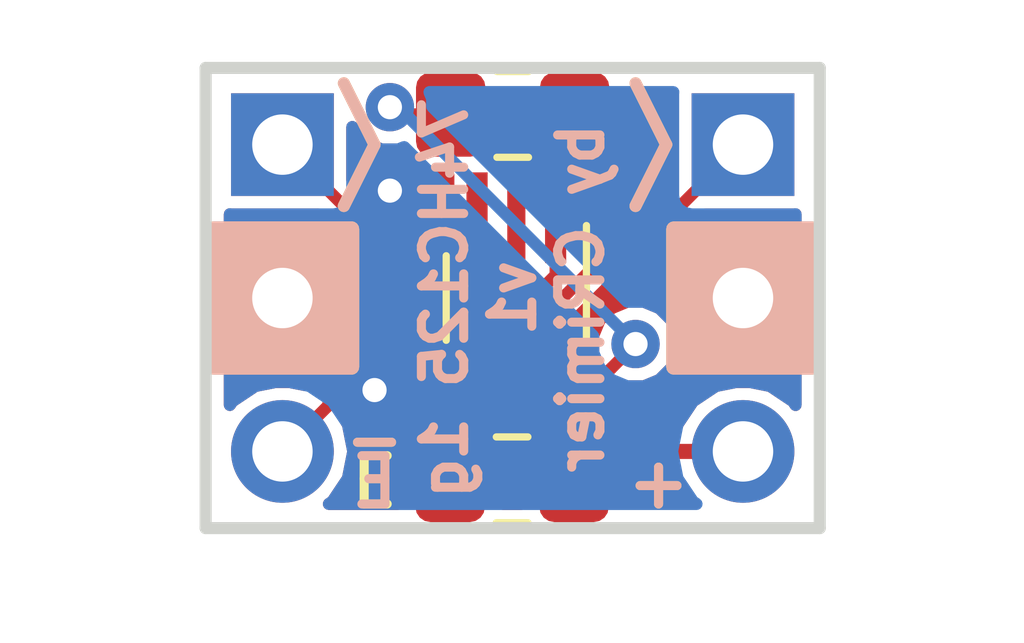
<source format=kicad_pcb>
(kicad_pcb (version 20171130) (host pcbnew 5.0.2-bee76a0~70~ubuntu18.04.1)

  (general
    (thickness 1.6)
    (drawings 17)
    (tracks 40)
    (zones 0)
    (modules 5)
    (nets 6)
  )

  (page A4)
  (layers
    (0 F.Cu signal)
    (31 B.Cu signal)
    (32 B.Adhes user)
    (33 F.Adhes user)
    (34 B.Paste user)
    (35 F.Paste user)
    (36 B.SilkS user)
    (37 F.SilkS user)
    (38 B.Mask user)
    (39 F.Mask user)
    (40 Dwgs.User user)
    (41 Cmts.User user)
    (42 Eco1.User user)
    (43 Eco2.User user)
    (44 Edge.Cuts user)
    (45 Margin user)
    (46 B.CrtYd user)
    (47 F.CrtYd user)
    (48 B.Fab user)
    (49 F.Fab user)
  )

  (setup
    (last_trace_width 0.2)
    (user_trace_width 0.2)
    (trace_clearance 0.15)
    (zone_clearance 0.508)
    (zone_45_only no)
    (trace_min 0.2)
    (segment_width 0.2)
    (edge_width 0.15)
    (via_size 0.8)
    (via_drill 0.4)
    (via_min_size 0.4)
    (via_min_drill 0.3)
    (uvia_size 0.3)
    (uvia_drill 0.1)
    (uvias_allowed no)
    (uvia_min_size 0.2)
    (uvia_min_drill 0.1)
    (pcb_text_width 0.3)
    (pcb_text_size 1.5 1.5)
    (mod_edge_width 0.15)
    (mod_text_size 1 1)
    (mod_text_width 0.15)
    (pad_size 1.5 0.35)
    (pad_drill 0)
    (pad_to_mask_clearance 0.051)
    (solder_mask_min_width 0.25)
    (aux_axis_origin 0 0)
    (visible_elements FFFFFF7F)
    (pcbplotparams
      (layerselection 0x010fc_ffffffff)
      (usegerberextensions false)
      (usegerberattributes false)
      (usegerberadvancedattributes false)
      (creategerberjobfile false)
      (excludeedgelayer true)
      (linewidth 0.100000)
      (plotframeref false)
      (viasonmask false)
      (mode 1)
      (useauxorigin false)
      (hpglpennumber 1)
      (hpglpenspeed 20)
      (hpglpendiameter 15.000000)
      (psnegative false)
      (psa4output false)
      (plotreference true)
      (plotvalue true)
      (plotinvisibletext false)
      (padsonsilk false)
      (subtractmaskfromsilk false)
      (outputformat 1)
      (mirror false)
      (drillshape 1)
      (scaleselection 1)
      (outputdirectory ""))
  )

  (net 0 "")
  (net 1 VCC)
  (net 2 GND)
  (net 3 "Net-(J1-Pad1)")
  (net 4 "Net-(J1-Pad3)")
  (net 5 "Net-(J2-Pad1)")

  (net_class Default "This is the default net class."
    (clearance 0.15)
    (trace_width 0.25)
    (via_dia 0.8)
    (via_drill 0.4)
    (uvia_dia 0.3)
    (uvia_drill 0.1)
    (add_net GND)
    (add_net "Net-(J1-Pad1)")
    (add_net "Net-(J1-Pad3)")
    (add_net "Net-(J2-Pad1)")
    (add_net VCC)
  )

  (module 74hc125_1g_breakout:PinHeader_1x03_P2.54mm_Vertical_NoSilk (layer F.Cu) (tedit 5DCB34AA) (tstamp 5DD774C0)
    (at 160.02 101.6)
    (descr "Through hole straight pin header, 1x03, 2.54mm pitch, single row")
    (tags "Through hole pin header THT 1x03 2.54mm single row")
    (path /5DCB4077)
    (fp_text reference J2 (at 0 -2.33) (layer F.SilkS) hide
      (effects (font (size 1 1) (thickness 0.15)))
    )
    (fp_text value Conn_01x03 (at 0 7.41) (layer F.Fab)
      (effects (font (size 1 1) (thickness 0.15)))
    )
    (fp_text user %R (at 0 2.54 90) (layer F.Fab)
      (effects (font (size 1 1) (thickness 0.15)))
    )
    (fp_line (start 1.8 -1.8) (end -1.8 -1.8) (layer F.CrtYd) (width 0.05))
    (fp_line (start 1.8 6.85) (end 1.8 -1.8) (layer F.CrtYd) (width 0.05))
    (fp_line (start -1.8 6.85) (end 1.8 6.85) (layer F.CrtYd) (width 0.05))
    (fp_line (start -1.8 -1.8) (end -1.8 6.85) (layer F.CrtYd) (width 0.05))
    (fp_line (start -1.27 -0.635) (end -0.635 -1.27) (layer F.Fab) (width 0.1))
    (fp_line (start -1.27 6.35) (end -1.27 -0.635) (layer F.Fab) (width 0.1))
    (fp_line (start 1.27 6.35) (end -1.27 6.35) (layer F.Fab) (width 0.1))
    (fp_line (start 1.27 -1.27) (end 1.27 6.35) (layer F.Fab) (width 0.1))
    (fp_line (start -0.635 -1.27) (end 1.27 -1.27) (layer F.Fab) (width 0.1))
    (pad 3 thru_hole oval (at 0 5.08) (size 1.7 1.7) (drill 1) (layers *.Cu *.Mask)
      (net 1 VCC))
    (pad 2 thru_hole oval (at 0 2.54) (size 1.7 1.7) (drill 1) (layers *.Cu *.Mask)
      (net 2 GND))
    (pad 1 thru_hole rect (at 0 0) (size 1.7 1.7) (drill 1) (layers *.Cu *.Mask)
      (net 5 "Net-(J2-Pad1)"))
    (model ${KISYS3DMOD}/Connector_PinHeader_2.54mm.3dshapes/PinHeader_1x03_P2.54mm_Vertical.wrl
      (at (xyz 0 0 0))
      (scale (xyz 1 1 1))
      (rotate (xyz 0 0 0))
    )
  )

  (module 74hc125_1g_breakout:PinHeader_1x03_P2.54mm_Vertical_NoSilk (layer F.Cu) (tedit 5DCB34AA) (tstamp 5DD774A9)
    (at 152.4 101.6)
    (descr "Through hole straight pin header, 1x03, 2.54mm pitch, single row")
    (tags "Through hole pin header THT 1x03 2.54mm single row")
    (path /5DCB3E2A)
    (fp_text reference J1 (at 0 -2.33) (layer F.SilkS) hide
      (effects (font (size 1 1) (thickness 0.15)))
    )
    (fp_text value Conn_01x03 (at 0 7.41) (layer F.Fab)
      (effects (font (size 1 1) (thickness 0.15)))
    )
    (fp_text user %R (at 0 2.54 90) (layer F.Fab)
      (effects (font (size 1 1) (thickness 0.15)))
    )
    (fp_line (start 1.8 -1.8) (end -1.8 -1.8) (layer F.CrtYd) (width 0.05))
    (fp_line (start 1.8 6.85) (end 1.8 -1.8) (layer F.CrtYd) (width 0.05))
    (fp_line (start -1.8 6.85) (end 1.8 6.85) (layer F.CrtYd) (width 0.05))
    (fp_line (start -1.8 -1.8) (end -1.8 6.85) (layer F.CrtYd) (width 0.05))
    (fp_line (start -1.27 -0.635) (end -0.635 -1.27) (layer F.Fab) (width 0.1))
    (fp_line (start -1.27 6.35) (end -1.27 -0.635) (layer F.Fab) (width 0.1))
    (fp_line (start 1.27 6.35) (end -1.27 6.35) (layer F.Fab) (width 0.1))
    (fp_line (start 1.27 -1.27) (end 1.27 6.35) (layer F.Fab) (width 0.1))
    (fp_line (start -0.635 -1.27) (end 1.27 -1.27) (layer F.Fab) (width 0.1))
    (pad 3 thru_hole oval (at 0 5.08) (size 1.7 1.7) (drill 1) (layers *.Cu *.Mask)
      (net 4 "Net-(J1-Pad3)"))
    (pad 2 thru_hole oval (at 0 2.54) (size 1.7 1.7) (drill 1) (layers *.Cu *.Mask)
      (net 2 GND))
    (pad 1 thru_hole rect (at 0 0) (size 1.7 1.7) (drill 1) (layers *.Cu *.Mask)
      (net 3 "Net-(J1-Pad1)"))
    (model ${KISYS3DMOD}/Connector_PinHeader_2.54mm.3dshapes/PinHeader_1x03_P2.54mm_Vertical.wrl
      (at (xyz 0 0 0))
      (scale (xyz 1 1 1))
      (rotate (xyz 0 0 0))
    )
  )

  (module Capacitor_SMD:C_0805_2012Metric_Pad1.15x1.40mm_HandSolder (layer F.Cu) (tedit 5DCB3470) (tstamp 5DD77492)
    (at 156.2 107.15 180)
    (descr "Capacitor SMD 0805 (2012 Metric), square (rectangular) end terminal, IPC_7351 nominal with elongated pad for handsoldering. (Body size source: https://docs.google.com/spreadsheets/d/1BsfQQcO9C6DZCsRaXUlFlo91Tg2WpOkGARC1WS5S8t0/edit?usp=sharing), generated with kicad-footprint-generator")
    (tags "capacitor handsolder")
    (path /5DCB3666)
    (attr smd)
    (fp_text reference C1 (at 0 -1.65 180) (layer F.SilkS) hide
      (effects (font (size 1 1) (thickness 0.15)))
    )
    (fp_text value 100nF (at 0 1.65 180) (layer F.Fab)
      (effects (font (size 1 1) (thickness 0.15)))
    )
    (fp_line (start -1 0.6) (end -1 -0.6) (layer F.Fab) (width 0.1))
    (fp_line (start -1 -0.6) (end 1 -0.6) (layer F.Fab) (width 0.1))
    (fp_line (start 1 -0.6) (end 1 0.6) (layer F.Fab) (width 0.1))
    (fp_line (start 1 0.6) (end -1 0.6) (layer F.Fab) (width 0.1))
    (fp_line (start -0.261252 -0.71) (end 0.261252 -0.71) (layer F.SilkS) (width 0.12))
    (fp_line (start -0.261252 0.71) (end 0.261252 0.71) (layer F.SilkS) (width 0.12))
    (fp_line (start -1.85 0.95) (end -1.85 -0.95) (layer F.CrtYd) (width 0.05))
    (fp_line (start -1.85 -0.95) (end 1.85 -0.95) (layer F.CrtYd) (width 0.05))
    (fp_line (start 1.85 -0.95) (end 1.85 0.95) (layer F.CrtYd) (width 0.05))
    (fp_line (start 1.85 0.95) (end -1.85 0.95) (layer F.CrtYd) (width 0.05))
    (fp_text user %R (at 0 0 180) (layer F.Fab)
      (effects (font (size 0.5 0.5) (thickness 0.08)))
    )
    (pad 1 smd roundrect (at -1.025 0 180) (size 1.15 1.4) (layers F.Cu F.Paste F.Mask) (roundrect_rratio 0.217391)
      (net 1 VCC))
    (pad 2 smd roundrect (at 1.025 0 180) (size 1.15 1.4) (layers F.Cu F.Paste F.Mask) (roundrect_rratio 0.217391)
      (net 2 GND))
    (model ${KISYS3DMOD}/Capacitor_SMD.3dshapes/C_0805_2012Metric.wrl
      (at (xyz 0 0 0))
      (scale (xyz 1 1 1))
      (rotate (xyz 0 0 0))
    )
  )

  (module Resistor_SMD:R_0805_2012Metric_Pad1.15x1.40mm_HandSolder (layer F.Cu) (tedit 5DCB3467) (tstamp 5DD774D1)
    (at 156.21 101.1)
    (descr "Resistor SMD 0805 (2012 Metric), square (rectangular) end terminal, IPC_7351 nominal with elongated pad for handsoldering. (Body size source: https://docs.google.com/spreadsheets/d/1BsfQQcO9C6DZCsRaXUlFlo91Tg2WpOkGARC1WS5S8t0/edit?usp=sharing), generated with kicad-footprint-generator")
    (tags "resistor handsolder")
    (path /5DCB372C)
    (attr smd)
    (fp_text reference R1 (at 0 -1.65) (layer F.SilkS) hide
      (effects (font (size 1 1) (thickness 0.15)))
    )
    (fp_text value PU (at 0 1.65) (layer F.Fab)
      (effects (font (size 1 1) (thickness 0.15)))
    )
    (fp_line (start -1 0.6) (end -1 -0.6) (layer F.Fab) (width 0.1))
    (fp_line (start -1 -0.6) (end 1 -0.6) (layer F.Fab) (width 0.1))
    (fp_line (start 1 -0.6) (end 1 0.6) (layer F.Fab) (width 0.1))
    (fp_line (start 1 0.6) (end -1 0.6) (layer F.Fab) (width 0.1))
    (fp_line (start -0.261252 -0.71) (end 0.261252 -0.71) (layer F.SilkS) (width 0.12))
    (fp_line (start -0.261252 0.71) (end 0.261252 0.71) (layer F.SilkS) (width 0.12))
    (fp_line (start -1.85 0.95) (end -1.85 -0.95) (layer F.CrtYd) (width 0.05))
    (fp_line (start -1.85 -0.95) (end 1.85 -0.95) (layer F.CrtYd) (width 0.05))
    (fp_line (start 1.85 -0.95) (end 1.85 0.95) (layer F.CrtYd) (width 0.05))
    (fp_line (start 1.85 0.95) (end -1.85 0.95) (layer F.CrtYd) (width 0.05))
    (fp_text user %R (at 0 0) (layer F.Fab)
      (effects (font (size 0.5 0.5) (thickness 0.08)))
    )
    (pad 1 smd roundrect (at -1.025 0) (size 1.15 1.4) (layers F.Cu F.Paste F.Mask) (roundrect_rratio 0.217391)
      (net 1 VCC))
    (pad 2 smd roundrect (at 1.025 0) (size 1.15 1.4) (layers F.Cu F.Paste F.Mask) (roundrect_rratio 0.217391)
      (net 4 "Net-(J1-Pad3)"))
    (model ${KISYS3DMOD}/Resistor_SMD.3dshapes/R_0805_2012Metric.wrl
      (at (xyz 0 0 0))
      (scale (xyz 1 1 1))
      (rotate (xyz 0 0 0))
    )
  )

  (module Package_TO_SOT_SMD:SOT-353_SC-70-5_Handsoldering (layer F.Cu) (tedit 5DCB35D0) (tstamp 5DD774E6)
    (at 156.27 104.14 270)
    (descr "SOT-353, SC-70-5, Handsoldering")
    (tags "SOT-353 SC-70-5 Handsoldering")
    (path /5DCB313E)
    (attr smd)
    (fp_text reference U1 (at 0 -2 270) (layer F.SilkS) hide
      (effects (font (size 1 1) (thickness 0.15)))
    )
    (fp_text value 74AHC1G125 (at 0 2 90) (layer F.Fab)
      (effects (font (size 1 1) (thickness 0.15)))
    )
    (fp_text user %R (at 0 0) (layer F.Fab)
      (effects (font (size 0.5 0.5) (thickness 0.075)))
    )
    (fp_line (start 0.7 -1.16) (end -1.2 -1.16) (layer F.SilkS) (width 0.12))
    (fp_line (start -0.7 1.16) (end 0.7 1.16) (layer F.SilkS) (width 0.12))
    (fp_line (start 2.4 1.4) (end 2.4 -1.4) (layer F.CrtYd) (width 0.05))
    (fp_line (start -2.4 -1.4) (end -2.4 1.4) (layer F.CrtYd) (width 0.05))
    (fp_line (start -2.4 -1.4) (end 2.4 -1.4) (layer F.CrtYd) (width 0.05))
    (fp_line (start 0.675 -1.1) (end -0.175 -1.1) (layer F.Fab) (width 0.1))
    (fp_line (start -0.675 -0.6) (end -0.675 1.1) (layer F.Fab) (width 0.1))
    (fp_line (start -1.6 1.4) (end 1.6 1.4) (layer F.CrtYd) (width 0.05))
    (fp_line (start 0.675 -1.1) (end 0.675 1.1) (layer F.Fab) (width 0.1))
    (fp_line (start 0.675 1.1) (end -0.675 1.1) (layer F.Fab) (width 0.1))
    (fp_line (start -0.175 -1.1) (end -0.675 -0.6) (layer F.Fab) (width 0.1))
    (pad 1 smd rect (at -1.33 -0.65 270) (size 1.5 0.35) (layers F.Cu F.Paste F.Mask)
      (net 4 "Net-(J1-Pad3)"))
    (pad 2 smd rect (at -1.33 0 270) (size 1.5 0.3) (layers F.Cu F.Paste F.Mask)
      (net 3 "Net-(J1-Pad1)"))
    (pad 3 smd rect (at -1.33 0.65 270) (size 1.5 0.35) (layers F.Cu F.Paste F.Mask)
      (net 2 GND))
    (pad 4 smd rect (at 1.33 0.65 270) (size 1.5 0.4) (layers F.Cu F.Paste F.Mask)
      (net 5 "Net-(J2-Pad1)"))
    (pad 5 smd rect (at 1.33 -0.65 270) (size 1.3 0.4) (layers F.Cu F.Paste F.Mask)
      (net 1 VCC))
    (model ${KISYS3DMOD}/Package_TO_SOT_SMD.3dshapes/SOT-353_SC-70-5.wrl
      (at (xyz 0 0 0))
      (scale (xyz 1 1 1))
      (rotate (xyz 0 0 0))
    )
  )

  (gr_text "74HC125 1g\nv1\nby CRimier" (at 156.21 104.14 90) (layer B.SilkS)
    (effects (font (size 0.7 0.7) (thickness 0.15)) (justify mirror))
  )
  (gr_line (start 158.75 101.6) (end 158.242 102.616) (layer F.SilkS) (width 0.2))
  (gr_line (start 158.75 101.6) (end 158.242 100.584) (layer B.SilkS) (width 0.2))
  (gr_line (start 158.242 102.616) (end 158.75 101.6) (layer B.SilkS) (width 0.2) (tstamp 5DD77EC1))
  (gr_line (start 158.242 100.584) (end 158.75 101.6) (layer F.SilkS) (width 0.2) (tstamp 5DD77EA7))
  (gr_line (start 153.924 101.6) (end 153.416 100.584) (layer B.SilkS) (width 0.2))
  (gr_line (start 153.416 102.616) (end 153.924 101.6) (layer B.SilkS) (width 0.2))
  (gr_line (start 153.924 101.6) (end 153.416 102.616) (layer F.SilkS) (width 0.2))
  (gr_line (start 153.416 100.584) (end 153.924 101.6) (layer F.SilkS) (width 0.2))
  (gr_text ~E (at 153.924 107.188) (layer B.SilkS) (tstamp 5DD77DBC)
    (effects (font (size 0.8 0.8) (thickness 0.15)) (justify mirror))
  )
  (gr_text ~E (at 153.924 107.188) (layer F.SilkS)
    (effects (font (size 0.8 0.8) (thickness 0.15)))
  )
  (gr_text + (at 158.623 107.188) (layer B.SilkS) (tstamp 5DD77E14)
    (effects (font (size 0.8 0.8) (thickness 0.15)) (justify mirror))
  )
  (gr_text + (at 158.623 107.188) (layer F.SilkS)
    (effects (font (size 0.8 0.8) (thickness 0.15)))
  )
  (gr_line (start 151.13 107.95) (end 151.13 100.33) (layer Edge.Cuts) (width 0.2))
  (gr_line (start 161.29 107.95) (end 151.13 107.95) (layer Edge.Cuts) (width 0.2))
  (gr_line (start 161.29 100.33) (end 161.29 107.95) (layer Edge.Cuts) (width 0.2))
  (gr_line (start 151.13 100.33) (end 161.29 100.33) (layer Edge.Cuts) (width 0.2))

  (segment (start 167.132 103.632) (end 169.164 103.632) (width 0.2) (layer F.SilkS) (net 0))
  (segment (start 169.164 103.632) (end 169.418 103.886) (width 0.2) (layer F.SilkS) (net 0))
  (segment (start 169.418 103.886) (end 170.688 103.886) (width 0.2) (layer F.SilkS) (net 0))
  (segment (start 170.688 103.886) (end 172.212 105.41) (width 0.2) (layer F.SilkS) (net 0))
  (segment (start 156.92 107) (end 157.235 107.315) (width 0.25) (layer F.Cu) (net 1))
  (segment (start 156.92 105.47) (end 156.92 107) (width 0.25) (layer F.Cu) (net 1))
  (segment (start 157.87 106.68) (end 157.235 107.315) (width 0.25) (layer F.Cu) (net 1))
  (segment (start 160.02 106.68) (end 157.87 106.68) (width 0.25) (layer F.Cu) (net 1))
  (via (at 158.242002 104.902) (size 0.8) (drill 0.4) (layers F.Cu B.Cu) (net 1))
  (segment (start 157.842003 105.301999) (end 158.242002 104.902) (width 0.2) (layer F.Cu) (net 1))
  (segment (start 157.674002 105.47) (end 157.842003 105.301999) (width 0.2) (layer F.Cu) (net 1))
  (segment (start 156.92 105.47) (end 157.674002 105.47) (width 0.2) (layer F.Cu) (net 1))
  (via (at 154.178 100.980052) (size 0.8) (drill 0.4) (layers F.Cu B.Cu) (net 1))
  (segment (start 155.185 101.1) (end 154.297948 101.1) (width 0.2) (layer F.Cu) (net 1))
  (segment (start 154.297948 101.1) (end 154.178 100.980052) (width 0.2) (layer F.Cu) (net 1))
  (segment (start 154.320054 100.980052) (end 154.178 100.980052) (width 0.2) (layer B.Cu) (net 1))
  (segment (start 158.242002 104.902) (end 154.320054 100.980052) (width 0.2) (layer B.Cu) (net 1))
  (via (at 153.924 105.664) (size 0.8) (drill 0.4) (layers F.Cu B.Cu) (net 2))
  (via (at 154.178 102.362) (size 0.8) (drill 0.4) (layers F.Cu B.Cu) (net 2))
  (segment (start 156.27 103.76) (end 156.27 102.81) (width 0.2) (layer F.Cu) (net 3))
  (segment (start 154.610001 103.810001) (end 156.219999 103.810001) (width 0.2) (layer F.Cu) (net 3))
  (segment (start 156.219999 103.810001) (end 156.27 103.76) (width 0.2) (layer F.Cu) (net 3))
  (segment (start 152.4 101.6) (end 154.610001 103.810001) (width 0.2) (layer F.Cu) (net 3))
  (segment (start 156.92 103.76) (end 156.92 102.81) (width 0.2) (layer F.Cu) (net 4))
  (segment (start 156.519989 104.160011) (end 156.92 103.76) (width 0.2) (layer F.Cu) (net 4))
  (segment (start 154.919989 104.160011) (end 156.519989 104.160011) (width 0.2) (layer F.Cu) (net 4))
  (segment (start 156.92 101.28) (end 157.235 100.965) (width 0.2) (layer F.Cu) (net 4))
  (segment (start 156.92 102.81) (end 156.92 101.28) (width 0.2) (layer F.Cu) (net 4))
  (segment (start 154.178 104.902) (end 153.67 104.902) (width 0.2) (layer F.Cu) (net 4))
  (segment (start 154.178 104.902) (end 154.919989 104.160011) (width 0.2) (layer F.Cu) (net 4))
  (segment (start 153.162 105.41) (end 153.162 105.918) (width 0.2) (layer F.Cu) (net 4))
  (segment (start 153.67 104.902) (end 153.162 105.41) (width 0.2) (layer F.Cu) (net 4))
  (segment (start 152.4 106.68) (end 153.162 105.918) (width 0.2) (layer F.Cu) (net 4))
  (segment (start 160 101.6) (end 160.02 101.6) (width 0.2) (layer F.Cu) (net 5))
  (segment (start 155.62 104.92) (end 156.029979 104.510021) (width 0.2) (layer F.Cu) (net 5))
  (segment (start 155.62 105.47) (end 155.62 104.92) (width 0.2) (layer F.Cu) (net 5))
  (segment (start 156.029979 104.510021) (end 156.664967 104.510021) (width 0.2) (layer F.Cu) (net 5))
  (segment (start 156.664967 104.510021) (end 158.374988 102.8) (width 0.2) (layer F.Cu) (net 5))
  (segment (start 158.374988 102.8) (end 158.8 102.8) (width 0.2) (layer F.Cu) (net 5))
  (segment (start 158.8 102.8) (end 160 101.6) (width 0.2) (layer F.Cu) (net 5))

  (zone (net 2) (net_name GND) (layer F.Cu) (tstamp 0) (hatch edge 0.508)
    (connect_pads (clearance 0.2))
    (min_thickness 0.2)
    (fill yes (arc_segments 16) (thermal_gap 0.2) (thermal_bridge_width 0.24))
    (polygon
      (pts
        (xy 151.13 100.33) (xy 161.29 100.33) (xy 161.29 107.95) (xy 151.13 107.95)
      )
    )
    (filled_polygon
      (pts
        (xy 155.137407 104.602946) (xy 155.114123 104.72) (xy 155.114123 106.184123) (xy 155.08 106.15) (xy 154.540326 106.15)
        (xy 154.430063 106.195672) (xy 154.345672 106.280064) (xy 154.3 106.390327) (xy 154.3 107.055) (xy 154.375 107.13)
        (xy 155.155 107.13) (xy 155.155 107.11) (xy 155.195 107.11) (xy 155.195 107.13) (xy 155.975 107.13)
        (xy 156.05 107.055) (xy 156.05 106.415766) (xy 156.102593 106.337054) (xy 156.125877 106.22) (xy 156.125877 104.979808)
        (xy 156.195664 104.910021) (xy 156.414123 104.910021) (xy 156.414123 106.12) (xy 156.437407 106.237054) (xy 156.495001 106.32325)
        (xy 156.495001 106.324796) (xy 156.386437 106.487274) (xy 156.344123 106.699999) (xy 156.344123 107.55) (xy 156.05 107.55)
        (xy 156.05 107.245) (xy 155.975 107.17) (xy 155.195 107.17) (xy 155.195 107.19) (xy 155.155 107.19)
        (xy 155.155 107.17) (xy 154.375 107.17) (xy 154.3 107.245) (xy 154.3 107.55) (xy 153.167896 107.55)
        (xy 153.229103 107.509103) (xy 153.483276 107.128707) (xy 153.572529 106.68) (xy 153.483276 106.231293) (xy 153.458508 106.194225)
        (xy 153.538791 106.074072) (xy 153.562 105.957394) (xy 153.569836 105.918) (xy 153.562 105.878606) (xy 153.562 105.575685)
        (xy 153.835685 105.302) (xy 154.138606 105.302) (xy 154.178 105.309836) (xy 154.217394 105.302) (xy 154.334072 105.278791)
        (xy 154.466384 105.190384) (xy 154.488703 105.156981) (xy 155.085674 104.560011) (xy 155.166095 104.560011)
      )
    )
    (filled_polygon
      (pts
        (xy 160.89 103.411425) (xy 160.637836 103.17006) (xy 160.219626 103.007457) (xy 160.04 103.065172) (xy 160.04 104.12)
        (xy 160.06 104.12) (xy 160.06 104.16) (xy 160.04 104.16) (xy 160.04 105.214828) (xy 160.219626 105.272543)
        (xy 160.637836 105.10994) (xy 160.890001 104.868575) (xy 160.890001 105.912105) (xy 160.849103 105.850897) (xy 160.468707 105.596724)
        (xy 160.133261 105.53) (xy 159.906739 105.53) (xy 159.571293 105.596724) (xy 159.190897 105.850897) (xy 158.936724 106.231293)
        (xy 158.932008 106.255) (xy 157.911857 106.255) (xy 157.87 106.246674) (xy 157.856805 106.249299) (xy 157.762726 106.186437)
        (xy 157.550001 106.144123) (xy 157.421079 106.144123) (xy 157.425877 106.12) (xy 157.425877 105.87) (xy 157.634608 105.87)
        (xy 157.674002 105.877836) (xy 157.713396 105.87) (xy 157.830074 105.846791) (xy 157.962386 105.758384) (xy 157.984704 105.724982)
        (xy 158.107687 105.602) (xy 158.381241 105.602) (xy 158.63852 105.495432) (xy 158.835434 105.298518) (xy 158.942002 105.041239)
        (xy 158.942002 104.762761) (xy 158.835434 104.505482) (xy 158.669578 104.339626) (xy 158.887459 104.339626) (xy 158.897273 104.388975)
        (xy 159.078014 104.799672) (xy 159.402164 105.10994) (xy 159.820374 105.272543) (xy 160 105.214828) (xy 160 104.16)
        (xy 158.945186 104.16) (xy 158.887459 104.339626) (xy 158.669578 104.339626) (xy 158.63852 104.308568) (xy 158.381241 104.202)
        (xy 158.102763 104.202) (xy 157.845484 104.308568) (xy 157.64857 104.505482) (xy 157.542002 104.762761) (xy 157.542002 105.036315)
        (xy 157.508317 105.07) (xy 157.425877 105.07) (xy 157.425877 104.82) (xy 157.402593 104.702946) (xy 157.336288 104.603712)
        (xy 157.237054 104.537407) (xy 157.208871 104.531801) (xy 157.800298 103.940374) (xy 158.887459 103.940374) (xy 158.945186 104.12)
        (xy 160 104.12) (xy 160 103.065172) (xy 159.820374 103.007457) (xy 159.402164 103.17006) (xy 159.078014 103.480328)
        (xy 158.897273 103.891025) (xy 158.887459 103.940374) (xy 157.800298 103.940374) (xy 158.540673 103.2) (xy 158.760606 103.2)
        (xy 158.8 103.207836) (xy 158.839394 103.2) (xy 158.956072 103.176791) (xy 159.088384 103.088384) (xy 159.110703 103.054982)
        (xy 159.409808 102.755877) (xy 160.87 102.755877) (xy 160.89 102.751899)
      )
    )
    (filled_polygon
      (pts
        (xy 151.55 102.755877) (xy 152.990192 102.755877) (xy 154.299302 104.064988) (xy 154.321617 104.098385) (xy 154.378154 104.136161)
        (xy 154.012316 104.502) (xy 153.709392 104.502) (xy 153.669999 104.494164) (xy 153.630606 104.502) (xy 153.513928 104.525209)
        (xy 153.441465 104.573627) (xy 153.522727 104.388975) (xy 153.532541 104.339626) (xy 153.474814 104.16) (xy 152.42 104.16)
        (xy 152.42 105.214828) (xy 152.599626 105.272543) (xy 152.83354 105.181596) (xy 152.811335 105.214828) (xy 152.785209 105.253929)
        (xy 152.754164 105.41) (xy 152.762 105.449394) (xy 152.762 105.579477) (xy 152.513261 105.53) (xy 152.286739 105.53)
        (xy 151.951293 105.596724) (xy 151.570897 105.850897) (xy 151.53 105.912104) (xy 151.53 104.868575) (xy 151.782164 105.10994)
        (xy 152.200374 105.272543) (xy 152.38 105.214828) (xy 152.38 104.16) (xy 152.36 104.16) (xy 152.36 104.12)
        (xy 152.38 104.12) (xy 152.38 103.065172) (xy 152.42 103.065172) (xy 152.42 104.12) (xy 153.474814 104.12)
        (xy 153.532541 103.940374) (xy 153.522727 103.891025) (xy 153.341986 103.480328) (xy 153.017836 103.17006) (xy 152.599626 103.007457)
        (xy 152.42 103.065172) (xy 152.38 103.065172) (xy 152.200374 103.007457) (xy 151.782164 103.17006) (xy 151.53 103.411425)
        (xy 151.53 102.751899)
      )
    )
    (filled_polygon
      (pts
        (xy 153.584568 101.37657) (xy 153.781482 101.573484) (xy 154.038761 101.680052) (xy 154.317239 101.680052) (xy 154.329021 101.675172)
        (xy 154.346437 101.762726) (xy 154.466935 101.943065) (xy 154.647274 102.063563) (xy 154.859999 102.105877) (xy 155.145 102.105877)
        (xy 155.145 102.715) (xy 155.22 102.79) (xy 155.6 102.79) (xy 155.6 102.77) (xy 155.64 102.77)
        (xy 155.64 102.79) (xy 155.66 102.79) (xy 155.66 102.83) (xy 155.64 102.83) (xy 155.64 102.85)
        (xy 155.6 102.85) (xy 155.6 102.83) (xy 155.22 102.83) (xy 155.145 102.905) (xy 155.145 103.410001)
        (xy 154.775687 103.410001) (xy 153.555877 102.190192) (xy 153.555877 101.307304)
      )
    )
  )
  (zone (net 2) (net_name GND) (layer B.Cu) (tstamp 5DD77CBC) (hatch edge 0.508)
    (connect_pads (clearance 0.2))
    (min_thickness 0.2)
    (fill yes (arc_segments 16) (thermal_gap 0.2) (thermal_bridge_width 0.24))
    (polygon
      (pts
        (xy 161.29 100.33) (xy 151.13 100.33) (xy 151.13 107.95) (xy 161.29 107.95)
      )
    )
    (filled_polygon
      (pts
        (xy 158.864123 100.75) (xy 158.864123 102.45) (xy 158.887407 102.567054) (xy 158.953712 102.666288) (xy 159.052946 102.732593)
        (xy 159.17 102.755877) (xy 160.87 102.755877) (xy 160.89 102.751899) (xy 160.89 103.411425) (xy 160.637836 103.17006)
        (xy 160.219626 103.007457) (xy 160.04 103.065172) (xy 160.04 104.12) (xy 160.06 104.12) (xy 160.06 104.16)
        (xy 160.04 104.16) (xy 160.04 105.214828) (xy 160.219626 105.272543) (xy 160.637836 105.10994) (xy 160.890001 104.868575)
        (xy 160.890001 105.912105) (xy 160.849103 105.850897) (xy 160.468707 105.596724) (xy 160.133261 105.53) (xy 159.906739 105.53)
        (xy 159.571293 105.596724) (xy 159.190897 105.850897) (xy 158.936724 106.231293) (xy 158.847471 106.68) (xy 158.936724 107.128707)
        (xy 159.190897 107.509103) (xy 159.252104 107.55) (xy 153.167896 107.55) (xy 153.229103 107.509103) (xy 153.483276 107.128707)
        (xy 153.572529 106.68) (xy 153.483276 106.231293) (xy 153.229103 105.850897) (xy 152.848707 105.596724) (xy 152.513261 105.53)
        (xy 152.286739 105.53) (xy 151.951293 105.596724) (xy 151.570897 105.850897) (xy 151.53 105.912104) (xy 151.53 104.868575)
        (xy 151.782164 105.10994) (xy 152.200374 105.272543) (xy 152.38 105.214828) (xy 152.38 104.16) (xy 152.42 104.16)
        (xy 152.42 105.214828) (xy 152.599626 105.272543) (xy 153.017836 105.10994) (xy 153.341986 104.799672) (xy 153.522727 104.388975)
        (xy 153.532541 104.339626) (xy 153.474814 104.16) (xy 152.42 104.16) (xy 152.38 104.16) (xy 152.36 104.16)
        (xy 152.36 104.12) (xy 152.38 104.12) (xy 152.38 103.065172) (xy 152.42 103.065172) (xy 152.42 104.12)
        (xy 153.474814 104.12) (xy 153.532541 103.940374) (xy 153.522727 103.891025) (xy 153.341986 103.480328) (xy 153.017836 103.17006)
        (xy 152.599626 103.007457) (xy 152.42 103.065172) (xy 152.38 103.065172) (xy 152.200374 103.007457) (xy 151.782164 103.17006)
        (xy 151.53 103.411425) (xy 151.53 102.751899) (xy 151.55 102.755877) (xy 153.25 102.755877) (xy 153.367054 102.732593)
        (xy 153.466288 102.666288) (xy 153.532593 102.567054) (xy 153.555877 102.45) (xy 153.555877 101.307304) (xy 153.584568 101.37657)
        (xy 153.781482 101.573484) (xy 154.038761 101.680052) (xy 154.317239 101.680052) (xy 154.414205 101.639887) (xy 157.542002 104.767685)
        (xy 157.542002 105.041239) (xy 157.64857 105.298518) (xy 157.845484 105.495432) (xy 158.102763 105.602) (xy 158.381241 105.602)
        (xy 158.63852 105.495432) (xy 158.835434 105.298518) (xy 158.942002 105.041239) (xy 158.942002 104.762761) (xy 158.835434 104.505482)
        (xy 158.669578 104.339626) (xy 158.887459 104.339626) (xy 158.897273 104.388975) (xy 159.078014 104.799672) (xy 159.402164 105.10994)
        (xy 159.820374 105.272543) (xy 160 105.214828) (xy 160 104.16) (xy 158.945186 104.16) (xy 158.887459 104.339626)
        (xy 158.669578 104.339626) (xy 158.63852 104.308568) (xy 158.381241 104.202) (xy 158.107687 104.202) (xy 157.846061 103.940374)
        (xy 158.887459 103.940374) (xy 158.945186 104.12) (xy 160 104.12) (xy 160 103.065172) (xy 159.820374 103.007457)
        (xy 159.402164 103.17006) (xy 159.078014 103.480328) (xy 158.897273 103.891025) (xy 158.887459 103.940374) (xy 157.846061 103.940374)
        (xy 154.878 100.972314) (xy 154.878 100.840813) (xy 154.8321 100.73) (xy 158.868101 100.73)
      )
    )
  )
  (zone (net 0) (net_name "") (layer F.SilkS) (tstamp 0) (hatch edge 0.508)
    (connect_pads (clearance 0.508))
    (min_thickness 0.254)
    (fill yes (arc_segments 16) (thermal_gap 0.508) (thermal_bridge_width 0.508))
    (polygon
      (pts
        (xy 158.75 102.87) (xy 161.29 102.87) (xy 161.29 105.41) (xy 158.75 105.41)
      )
    )
    (filled_polygon
      (pts
        (xy 161.163 105.283) (xy 158.877 105.283) (xy 158.877 102.997) (xy 161.163 102.997)
      )
    )
  )
  (zone (net 0) (net_name "") (layer F.SilkS) (tstamp 5DD77CF8) (hatch edge 0.508)
    (connect_pads (clearance 0.508))
    (min_thickness 0.254)
    (fill yes (arc_segments 16) (thermal_gap 0.508) (thermal_bridge_width 0.508))
    (polygon
      (pts
        (xy 151.13 102.87) (xy 153.67 102.87) (xy 153.67 105.41) (xy 151.13 105.41)
      )
    )
    (filled_polygon
      (pts
        (xy 153.543 105.283) (xy 151.257 105.283) (xy 151.257 102.997) (xy 153.543 102.997)
      )
    )
  )
  (zone (net 0) (net_name "") (layer B.SilkS) (tstamp 5DD77CFA) (hatch edge 0.508)
    (connect_pads (clearance 0.508))
    (min_thickness 0.254)
    (fill yes (arc_segments 16) (thermal_gap 0.508) (thermal_bridge_width 0.508))
    (polygon
      (pts
        (xy 151.13 102.87) (xy 151.13 105.41) (xy 153.67 105.41) (xy 153.67 102.87)
      )
    )
    (filled_polygon
      (pts
        (xy 153.543 105.283) (xy 151.257 105.283) (xy 151.257 102.997) (xy 153.543 102.997)
      )
    )
  )
  (zone (net 0) (net_name "") (layer B.SilkS) (tstamp 5DD77D67) (hatch edge 0.508)
    (connect_pads (clearance 0.508))
    (min_thickness 0.254)
    (fill yes (arc_segments 16) (thermal_gap 0.508) (thermal_bridge_width 0.508))
    (polygon
      (pts
        (xy 158.75 102.87) (xy 158.75 105.41) (xy 161.29 105.41) (xy 161.29 102.87)
      )
    )
    (filled_polygon
      (pts
        (xy 161.163 105.283) (xy 158.877 105.283) (xy 158.877 102.997) (xy 161.163 102.997)
      )
    )
  )
)

</source>
